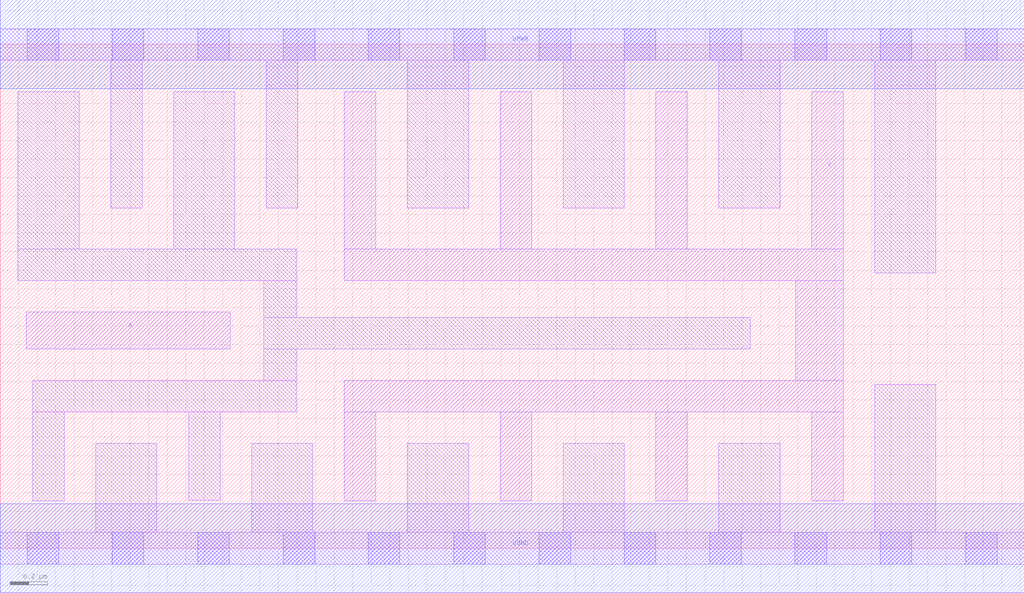
<source format=lef>
# Copyright 2020 The SkyWater PDK Authors
#
# Licensed under the Apache License, Version 2.0 (the "License");
# you may not use this file except in compliance with the License.
# You may obtain a copy of the License at
#
#     https://www.apache.org/licenses/LICENSE-2.0
#
# Unless required by applicable law or agreed to in writing, software
# distributed under the License is distributed on an "AS IS" BASIS,
# WITHOUT WARRANTIES OR CONDITIONS OF ANY KIND, either express or implied.
# See the License for the specific language governing permissions and
# limitations under the License.
#
# SPDX-License-Identifier: Apache-2.0

VERSION 5.7 ;
  NAMESCASESENSITIVE ON ;
  NOWIREEXTENSIONATPIN ON ;
  DIVIDERCHAR "/" ;
  BUSBITCHARS "[]" ;
UNITS
  DATABASE MICRONS 200 ;
END UNITS
MACRO sky130_fd_sc_hd__buf_8
  CLASS CORE ;
  SOURCE USER ;
  FOREIGN sky130_fd_sc_hd__buf_8 ;
  ORIGIN  0.000000  0.000000 ;
  SIZE  5.520000 BY  2.720000 ;
  SYMMETRY X Y R90 ;
  SITE unithd ;
  PIN A
    ANTENNAGATEAREA  0.742500 ;
    DIRECTION INPUT ;
    USE SIGNAL ;
    PORT
      LAYER li1 ;
        RECT 0.140000 1.075000 1.240000 1.275000 ;
    END
  END A
  PIN X
    ANTENNADIFFAREA  1.782000 ;
    DIRECTION OUTPUT ;
    USE SIGNAL ;
    PORT
      LAYER li1 ;
        RECT 1.855000 0.255000 2.025000 0.735000 ;
        RECT 1.855000 0.735000 4.545000 0.905000 ;
        RECT 1.855000 1.445000 4.545000 1.615000 ;
        RECT 1.855000 1.615000 2.025000 2.465000 ;
        RECT 2.695000 0.255000 2.865000 0.735000 ;
        RECT 2.695000 1.615000 2.865000 2.465000 ;
        RECT 3.535000 0.255000 3.705000 0.735000 ;
        RECT 3.535000 1.615000 3.705000 2.465000 ;
        RECT 4.290000 0.905000 4.545000 1.445000 ;
        RECT 4.375000 0.255000 4.545000 0.735000 ;
        RECT 4.375000 1.615000 4.545000 2.465000 ;
    END
  END X
  PIN VGND
    DIRECTION INOUT ;
    SHAPE ABUTMENT ;
    USE GROUND ;
    PORT
      LAYER met1 ;
        RECT 0.000000 -0.240000 5.520000 0.240000 ;
    END
  END VGND
  PIN VPWR
    DIRECTION INOUT ;
    SHAPE ABUTMENT ;
    USE POWER ;
    PORT
      LAYER met1 ;
        RECT 0.000000 2.480000 5.520000 2.960000 ;
    END
  END VPWR
  OBS
    LAYER li1 ;
      RECT 0.000000 -0.085000 5.520000 0.085000 ;
      RECT 0.000000  2.635000 5.520000 2.805000 ;
      RECT 0.095000  1.445000 1.595000 1.615000 ;
      RECT 0.095000  1.615000 0.425000 2.465000 ;
      RECT 0.175000  0.255000 0.345000 0.735000 ;
      RECT 0.175000  0.735000 1.595000 0.905000 ;
      RECT 0.515000  0.085000 0.845000 0.565000 ;
      RECT 0.595000  1.835000 0.765000 2.635000 ;
      RECT 0.935000  1.615000 1.265000 2.465000 ;
      RECT 1.015000  0.260000 1.185000 0.735000 ;
      RECT 1.355000  0.085000 1.685000 0.565000 ;
      RECT 1.420000  0.905000 1.595000 1.075000 ;
      RECT 1.420000  1.075000 4.045000 1.245000 ;
      RECT 1.420000  1.245000 1.595000 1.445000 ;
      RECT 1.435000  1.835000 1.605000 2.635000 ;
      RECT 2.195000  0.085000 2.525000 0.565000 ;
      RECT 2.195000  1.835000 2.525000 2.635000 ;
      RECT 3.035000  0.085000 3.365000 0.565000 ;
      RECT 3.035000  1.835000 3.365000 2.635000 ;
      RECT 3.875000  0.085000 4.205000 0.565000 ;
      RECT 3.875000  1.835000 4.205000 2.635000 ;
      RECT 4.715000  0.085000 5.045000 0.885000 ;
      RECT 4.715000  1.485000 5.045000 2.635000 ;
    LAYER mcon ;
      RECT 0.145000 -0.085000 0.315000 0.085000 ;
      RECT 0.145000  2.635000 0.315000 2.805000 ;
      RECT 0.605000 -0.085000 0.775000 0.085000 ;
      RECT 0.605000  2.635000 0.775000 2.805000 ;
      RECT 1.065000 -0.085000 1.235000 0.085000 ;
      RECT 1.065000  2.635000 1.235000 2.805000 ;
      RECT 1.525000 -0.085000 1.695000 0.085000 ;
      RECT 1.525000  2.635000 1.695000 2.805000 ;
      RECT 1.985000 -0.085000 2.155000 0.085000 ;
      RECT 1.985000  2.635000 2.155000 2.805000 ;
      RECT 2.445000 -0.085000 2.615000 0.085000 ;
      RECT 2.445000  2.635000 2.615000 2.805000 ;
      RECT 2.905000 -0.085000 3.075000 0.085000 ;
      RECT 2.905000  2.635000 3.075000 2.805000 ;
      RECT 3.365000 -0.085000 3.535000 0.085000 ;
      RECT 3.365000  2.635000 3.535000 2.805000 ;
      RECT 3.825000 -0.085000 3.995000 0.085000 ;
      RECT 3.825000  2.635000 3.995000 2.805000 ;
      RECT 4.285000 -0.085000 4.455000 0.085000 ;
      RECT 4.285000  2.635000 4.455000 2.805000 ;
      RECT 4.745000 -0.085000 4.915000 0.085000 ;
      RECT 4.745000  2.635000 4.915000 2.805000 ;
      RECT 5.205000 -0.085000 5.375000 0.085000 ;
      RECT 5.205000  2.635000 5.375000 2.805000 ;
  END
END sky130_fd_sc_hd__buf_8

</source>
